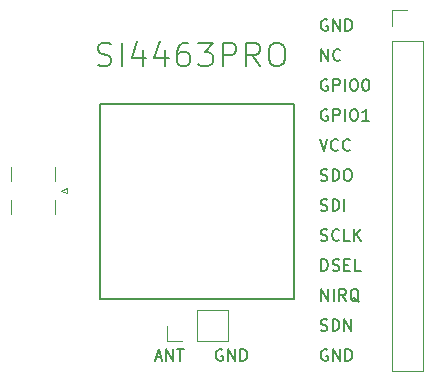
<source format=gbr>
G04 #@! TF.GenerationSoftware,KiCad,Pcbnew,(5.1.5)-3*
G04 #@! TF.CreationDate,2020-06-27T17:11:00-04:00*
G04 #@! TF.ProjectId,BreakoutSI4463PRORev2,42726561-6b6f-4757-9453-493434363350,rev?*
G04 #@! TF.SameCoordinates,Original*
G04 #@! TF.FileFunction,Legend,Top*
G04 #@! TF.FilePolarity,Positive*
%FSLAX46Y46*%
G04 Gerber Fmt 4.6, Leading zero omitted, Abs format (unit mm)*
G04 Created by KiCad (PCBNEW (5.1.5)-3) date 2020-06-27 17:11:00*
%MOMM*%
%LPD*%
G04 APERTURE LIST*
%ADD10C,0.150000*%
%ADD11C,0.120000*%
%ADD12C,0.127000*%
G04 APERTURE END LIST*
D10*
X121128452Y-94789523D02*
X121414166Y-94884761D01*
X121890357Y-94884761D01*
X122080833Y-94789523D01*
X122176071Y-94694285D01*
X122271309Y-94503809D01*
X122271309Y-94313333D01*
X122176071Y-94122857D01*
X122080833Y-94027619D01*
X121890357Y-93932380D01*
X121509404Y-93837142D01*
X121318928Y-93741904D01*
X121223690Y-93646666D01*
X121128452Y-93456190D01*
X121128452Y-93265714D01*
X121223690Y-93075238D01*
X121318928Y-92980000D01*
X121509404Y-92884761D01*
X121985595Y-92884761D01*
X122271309Y-92980000D01*
X123128452Y-94884761D02*
X123128452Y-92884761D01*
X124937976Y-93551428D02*
X124937976Y-94884761D01*
X124461785Y-92789523D02*
X123985595Y-94218095D01*
X125223690Y-94218095D01*
X126842738Y-93551428D02*
X126842738Y-94884761D01*
X126366547Y-92789523D02*
X125890357Y-94218095D01*
X127128452Y-94218095D01*
X128747500Y-92884761D02*
X128366547Y-92884761D01*
X128176071Y-92980000D01*
X128080833Y-93075238D01*
X127890357Y-93360952D01*
X127795119Y-93741904D01*
X127795119Y-94503809D01*
X127890357Y-94694285D01*
X127985595Y-94789523D01*
X128176071Y-94884761D01*
X128557023Y-94884761D01*
X128747500Y-94789523D01*
X128842738Y-94694285D01*
X128937976Y-94503809D01*
X128937976Y-94027619D01*
X128842738Y-93837142D01*
X128747500Y-93741904D01*
X128557023Y-93646666D01*
X128176071Y-93646666D01*
X127985595Y-93741904D01*
X127890357Y-93837142D01*
X127795119Y-94027619D01*
X129604642Y-92884761D02*
X130842738Y-92884761D01*
X130176071Y-93646666D01*
X130461785Y-93646666D01*
X130652261Y-93741904D01*
X130747500Y-93837142D01*
X130842738Y-94027619D01*
X130842738Y-94503809D01*
X130747500Y-94694285D01*
X130652261Y-94789523D01*
X130461785Y-94884761D01*
X129890357Y-94884761D01*
X129699880Y-94789523D01*
X129604642Y-94694285D01*
X131699880Y-94884761D02*
X131699880Y-92884761D01*
X132461785Y-92884761D01*
X132652261Y-92980000D01*
X132747500Y-93075238D01*
X132842738Y-93265714D01*
X132842738Y-93551428D01*
X132747500Y-93741904D01*
X132652261Y-93837142D01*
X132461785Y-93932380D01*
X131699880Y-93932380D01*
X134842738Y-94884761D02*
X134176071Y-93932380D01*
X133699880Y-94884761D02*
X133699880Y-92884761D01*
X134461785Y-92884761D01*
X134652261Y-92980000D01*
X134747500Y-93075238D01*
X134842738Y-93265714D01*
X134842738Y-93551428D01*
X134747500Y-93741904D01*
X134652261Y-93837142D01*
X134461785Y-93932380D01*
X133699880Y-93932380D01*
X136080833Y-92884761D02*
X136461785Y-92884761D01*
X136652261Y-92980000D01*
X136842738Y-93170476D01*
X136937976Y-93551428D01*
X136937976Y-94218095D01*
X136842738Y-94599047D01*
X136652261Y-94789523D01*
X136461785Y-94884761D01*
X136080833Y-94884761D01*
X135890357Y-94789523D01*
X135699880Y-94599047D01*
X135604642Y-94218095D01*
X135604642Y-93551428D01*
X135699880Y-93170476D01*
X135890357Y-92980000D01*
X136080833Y-92884761D01*
X126017976Y-119546666D02*
X126494166Y-119546666D01*
X125922738Y-119832380D02*
X126256071Y-118832380D01*
X126589404Y-119832380D01*
X126922738Y-119832380D02*
X126922738Y-118832380D01*
X127494166Y-119832380D01*
X127494166Y-118832380D01*
X127827500Y-118832380D02*
X128398928Y-118832380D01*
X128113214Y-119832380D02*
X128113214Y-118832380D01*
X131669404Y-118880000D02*
X131574166Y-118832380D01*
X131431309Y-118832380D01*
X131288452Y-118880000D01*
X131193214Y-118975238D01*
X131145595Y-119070476D01*
X131097976Y-119260952D01*
X131097976Y-119403809D01*
X131145595Y-119594285D01*
X131193214Y-119689523D01*
X131288452Y-119784761D01*
X131431309Y-119832380D01*
X131526547Y-119832380D01*
X131669404Y-119784761D01*
X131717023Y-119737142D01*
X131717023Y-119403809D01*
X131526547Y-119403809D01*
X132145595Y-119832380D02*
X132145595Y-118832380D01*
X132717023Y-119832380D01*
X132717023Y-118832380D01*
X133193214Y-119832380D02*
X133193214Y-118832380D01*
X133431309Y-118832380D01*
X133574166Y-118880000D01*
X133669404Y-118975238D01*
X133717023Y-119070476D01*
X133764642Y-119260952D01*
X133764642Y-119403809D01*
X133717023Y-119594285D01*
X133669404Y-119689523D01*
X133574166Y-119784761D01*
X133431309Y-119832380D01*
X133193214Y-119832380D01*
X140559404Y-90940000D02*
X140464166Y-90892380D01*
X140321309Y-90892380D01*
X140178452Y-90940000D01*
X140083214Y-91035238D01*
X140035595Y-91130476D01*
X139987976Y-91320952D01*
X139987976Y-91463809D01*
X140035595Y-91654285D01*
X140083214Y-91749523D01*
X140178452Y-91844761D01*
X140321309Y-91892380D01*
X140416547Y-91892380D01*
X140559404Y-91844761D01*
X140607023Y-91797142D01*
X140607023Y-91463809D01*
X140416547Y-91463809D01*
X141035595Y-91892380D02*
X141035595Y-90892380D01*
X141607023Y-91892380D01*
X141607023Y-90892380D01*
X142083214Y-91892380D02*
X142083214Y-90892380D01*
X142321309Y-90892380D01*
X142464166Y-90940000D01*
X142559404Y-91035238D01*
X142607023Y-91130476D01*
X142654642Y-91320952D01*
X142654642Y-91463809D01*
X142607023Y-91654285D01*
X142559404Y-91749523D01*
X142464166Y-91844761D01*
X142321309Y-91892380D01*
X142083214Y-91892380D01*
X140559404Y-118880000D02*
X140464166Y-118832380D01*
X140321309Y-118832380D01*
X140178452Y-118880000D01*
X140083214Y-118975238D01*
X140035595Y-119070476D01*
X139987976Y-119260952D01*
X139987976Y-119403809D01*
X140035595Y-119594285D01*
X140083214Y-119689523D01*
X140178452Y-119784761D01*
X140321309Y-119832380D01*
X140416547Y-119832380D01*
X140559404Y-119784761D01*
X140607023Y-119737142D01*
X140607023Y-119403809D01*
X140416547Y-119403809D01*
X141035595Y-119832380D02*
X141035595Y-118832380D01*
X141607023Y-119832380D01*
X141607023Y-118832380D01*
X142083214Y-119832380D02*
X142083214Y-118832380D01*
X142321309Y-118832380D01*
X142464166Y-118880000D01*
X142559404Y-118975238D01*
X142607023Y-119070476D01*
X142654642Y-119260952D01*
X142654642Y-119403809D01*
X142607023Y-119594285D01*
X142559404Y-119689523D01*
X142464166Y-119784761D01*
X142321309Y-119832380D01*
X142083214Y-119832380D01*
X139987976Y-117244761D02*
X140130833Y-117292380D01*
X140368928Y-117292380D01*
X140464166Y-117244761D01*
X140511785Y-117197142D01*
X140559404Y-117101904D01*
X140559404Y-117006666D01*
X140511785Y-116911428D01*
X140464166Y-116863809D01*
X140368928Y-116816190D01*
X140178452Y-116768571D01*
X140083214Y-116720952D01*
X140035595Y-116673333D01*
X139987976Y-116578095D01*
X139987976Y-116482857D01*
X140035595Y-116387619D01*
X140083214Y-116340000D01*
X140178452Y-116292380D01*
X140416547Y-116292380D01*
X140559404Y-116340000D01*
X140987976Y-117292380D02*
X140987976Y-116292380D01*
X141226071Y-116292380D01*
X141368928Y-116340000D01*
X141464166Y-116435238D01*
X141511785Y-116530476D01*
X141559404Y-116720952D01*
X141559404Y-116863809D01*
X141511785Y-117054285D01*
X141464166Y-117149523D01*
X141368928Y-117244761D01*
X141226071Y-117292380D01*
X140987976Y-117292380D01*
X141987976Y-117292380D02*
X141987976Y-116292380D01*
X142559404Y-117292380D01*
X142559404Y-116292380D01*
X140035595Y-114752380D02*
X140035595Y-113752380D01*
X140607023Y-114752380D01*
X140607023Y-113752380D01*
X141083214Y-114752380D02*
X141083214Y-113752380D01*
X142130833Y-114752380D02*
X141797500Y-114276190D01*
X141559404Y-114752380D02*
X141559404Y-113752380D01*
X141940357Y-113752380D01*
X142035595Y-113800000D01*
X142083214Y-113847619D01*
X142130833Y-113942857D01*
X142130833Y-114085714D01*
X142083214Y-114180952D01*
X142035595Y-114228571D01*
X141940357Y-114276190D01*
X141559404Y-114276190D01*
X143226071Y-114847619D02*
X143130833Y-114800000D01*
X143035595Y-114704761D01*
X142892738Y-114561904D01*
X142797500Y-114514285D01*
X142702261Y-114514285D01*
X142749880Y-114752380D02*
X142654642Y-114704761D01*
X142559404Y-114609523D01*
X142511785Y-114419047D01*
X142511785Y-114085714D01*
X142559404Y-113895238D01*
X142654642Y-113800000D01*
X142749880Y-113752380D01*
X142940357Y-113752380D01*
X143035595Y-113800000D01*
X143130833Y-113895238D01*
X143178452Y-114085714D01*
X143178452Y-114419047D01*
X143130833Y-114609523D01*
X143035595Y-114704761D01*
X142940357Y-114752380D01*
X142749880Y-114752380D01*
X140035595Y-112212380D02*
X140035595Y-111212380D01*
X140273690Y-111212380D01*
X140416547Y-111260000D01*
X140511785Y-111355238D01*
X140559404Y-111450476D01*
X140607023Y-111640952D01*
X140607023Y-111783809D01*
X140559404Y-111974285D01*
X140511785Y-112069523D01*
X140416547Y-112164761D01*
X140273690Y-112212380D01*
X140035595Y-112212380D01*
X140987976Y-112164761D02*
X141130833Y-112212380D01*
X141368928Y-112212380D01*
X141464166Y-112164761D01*
X141511785Y-112117142D01*
X141559404Y-112021904D01*
X141559404Y-111926666D01*
X141511785Y-111831428D01*
X141464166Y-111783809D01*
X141368928Y-111736190D01*
X141178452Y-111688571D01*
X141083214Y-111640952D01*
X141035595Y-111593333D01*
X140987976Y-111498095D01*
X140987976Y-111402857D01*
X141035595Y-111307619D01*
X141083214Y-111260000D01*
X141178452Y-111212380D01*
X141416547Y-111212380D01*
X141559404Y-111260000D01*
X141987976Y-111688571D02*
X142321309Y-111688571D01*
X142464166Y-112212380D02*
X141987976Y-112212380D01*
X141987976Y-111212380D01*
X142464166Y-111212380D01*
X143368928Y-112212380D02*
X142892738Y-112212380D01*
X142892738Y-111212380D01*
X139987976Y-109624761D02*
X140130833Y-109672380D01*
X140368928Y-109672380D01*
X140464166Y-109624761D01*
X140511785Y-109577142D01*
X140559404Y-109481904D01*
X140559404Y-109386666D01*
X140511785Y-109291428D01*
X140464166Y-109243809D01*
X140368928Y-109196190D01*
X140178452Y-109148571D01*
X140083214Y-109100952D01*
X140035595Y-109053333D01*
X139987976Y-108958095D01*
X139987976Y-108862857D01*
X140035595Y-108767619D01*
X140083214Y-108720000D01*
X140178452Y-108672380D01*
X140416547Y-108672380D01*
X140559404Y-108720000D01*
X141559404Y-109577142D02*
X141511785Y-109624761D01*
X141368928Y-109672380D01*
X141273690Y-109672380D01*
X141130833Y-109624761D01*
X141035595Y-109529523D01*
X140987976Y-109434285D01*
X140940357Y-109243809D01*
X140940357Y-109100952D01*
X140987976Y-108910476D01*
X141035595Y-108815238D01*
X141130833Y-108720000D01*
X141273690Y-108672380D01*
X141368928Y-108672380D01*
X141511785Y-108720000D01*
X141559404Y-108767619D01*
X142464166Y-109672380D02*
X141987976Y-109672380D01*
X141987976Y-108672380D01*
X142797500Y-109672380D02*
X142797500Y-108672380D01*
X143368928Y-109672380D02*
X142940357Y-109100952D01*
X143368928Y-108672380D02*
X142797500Y-109243809D01*
X139987976Y-107084761D02*
X140130833Y-107132380D01*
X140368928Y-107132380D01*
X140464166Y-107084761D01*
X140511785Y-107037142D01*
X140559404Y-106941904D01*
X140559404Y-106846666D01*
X140511785Y-106751428D01*
X140464166Y-106703809D01*
X140368928Y-106656190D01*
X140178452Y-106608571D01*
X140083214Y-106560952D01*
X140035595Y-106513333D01*
X139987976Y-106418095D01*
X139987976Y-106322857D01*
X140035595Y-106227619D01*
X140083214Y-106180000D01*
X140178452Y-106132380D01*
X140416547Y-106132380D01*
X140559404Y-106180000D01*
X140987976Y-107132380D02*
X140987976Y-106132380D01*
X141226071Y-106132380D01*
X141368928Y-106180000D01*
X141464166Y-106275238D01*
X141511785Y-106370476D01*
X141559404Y-106560952D01*
X141559404Y-106703809D01*
X141511785Y-106894285D01*
X141464166Y-106989523D01*
X141368928Y-107084761D01*
X141226071Y-107132380D01*
X140987976Y-107132380D01*
X141987976Y-107132380D02*
X141987976Y-106132380D01*
X139987976Y-104544761D02*
X140130833Y-104592380D01*
X140368928Y-104592380D01*
X140464166Y-104544761D01*
X140511785Y-104497142D01*
X140559404Y-104401904D01*
X140559404Y-104306666D01*
X140511785Y-104211428D01*
X140464166Y-104163809D01*
X140368928Y-104116190D01*
X140178452Y-104068571D01*
X140083214Y-104020952D01*
X140035595Y-103973333D01*
X139987976Y-103878095D01*
X139987976Y-103782857D01*
X140035595Y-103687619D01*
X140083214Y-103640000D01*
X140178452Y-103592380D01*
X140416547Y-103592380D01*
X140559404Y-103640000D01*
X140987976Y-104592380D02*
X140987976Y-103592380D01*
X141226071Y-103592380D01*
X141368928Y-103640000D01*
X141464166Y-103735238D01*
X141511785Y-103830476D01*
X141559404Y-104020952D01*
X141559404Y-104163809D01*
X141511785Y-104354285D01*
X141464166Y-104449523D01*
X141368928Y-104544761D01*
X141226071Y-104592380D01*
X140987976Y-104592380D01*
X142178452Y-103592380D02*
X142368928Y-103592380D01*
X142464166Y-103640000D01*
X142559404Y-103735238D01*
X142607023Y-103925714D01*
X142607023Y-104259047D01*
X142559404Y-104449523D01*
X142464166Y-104544761D01*
X142368928Y-104592380D01*
X142178452Y-104592380D01*
X142083214Y-104544761D01*
X141987976Y-104449523D01*
X141940357Y-104259047D01*
X141940357Y-103925714D01*
X141987976Y-103735238D01*
X142083214Y-103640000D01*
X142178452Y-103592380D01*
X139892738Y-101052380D02*
X140226071Y-102052380D01*
X140559404Y-101052380D01*
X141464166Y-101957142D02*
X141416547Y-102004761D01*
X141273690Y-102052380D01*
X141178452Y-102052380D01*
X141035595Y-102004761D01*
X140940357Y-101909523D01*
X140892738Y-101814285D01*
X140845119Y-101623809D01*
X140845119Y-101480952D01*
X140892738Y-101290476D01*
X140940357Y-101195238D01*
X141035595Y-101100000D01*
X141178452Y-101052380D01*
X141273690Y-101052380D01*
X141416547Y-101100000D01*
X141464166Y-101147619D01*
X142464166Y-101957142D02*
X142416547Y-102004761D01*
X142273690Y-102052380D01*
X142178452Y-102052380D01*
X142035595Y-102004761D01*
X141940357Y-101909523D01*
X141892738Y-101814285D01*
X141845119Y-101623809D01*
X141845119Y-101480952D01*
X141892738Y-101290476D01*
X141940357Y-101195238D01*
X142035595Y-101100000D01*
X142178452Y-101052380D01*
X142273690Y-101052380D01*
X142416547Y-101100000D01*
X142464166Y-101147619D01*
X140559404Y-98560000D02*
X140464166Y-98512380D01*
X140321309Y-98512380D01*
X140178452Y-98560000D01*
X140083214Y-98655238D01*
X140035595Y-98750476D01*
X139987976Y-98940952D01*
X139987976Y-99083809D01*
X140035595Y-99274285D01*
X140083214Y-99369523D01*
X140178452Y-99464761D01*
X140321309Y-99512380D01*
X140416547Y-99512380D01*
X140559404Y-99464761D01*
X140607023Y-99417142D01*
X140607023Y-99083809D01*
X140416547Y-99083809D01*
X141035595Y-99512380D02*
X141035595Y-98512380D01*
X141416547Y-98512380D01*
X141511785Y-98560000D01*
X141559404Y-98607619D01*
X141607023Y-98702857D01*
X141607023Y-98845714D01*
X141559404Y-98940952D01*
X141511785Y-98988571D01*
X141416547Y-99036190D01*
X141035595Y-99036190D01*
X142035595Y-99512380D02*
X142035595Y-98512380D01*
X142702261Y-98512380D02*
X142892738Y-98512380D01*
X142987976Y-98560000D01*
X143083214Y-98655238D01*
X143130833Y-98845714D01*
X143130833Y-99179047D01*
X143083214Y-99369523D01*
X142987976Y-99464761D01*
X142892738Y-99512380D01*
X142702261Y-99512380D01*
X142607023Y-99464761D01*
X142511785Y-99369523D01*
X142464166Y-99179047D01*
X142464166Y-98845714D01*
X142511785Y-98655238D01*
X142607023Y-98560000D01*
X142702261Y-98512380D01*
X144083214Y-99512380D02*
X143511785Y-99512380D01*
X143797500Y-99512380D02*
X143797500Y-98512380D01*
X143702261Y-98655238D01*
X143607023Y-98750476D01*
X143511785Y-98798095D01*
X140559404Y-96020000D02*
X140464166Y-95972380D01*
X140321309Y-95972380D01*
X140178452Y-96020000D01*
X140083214Y-96115238D01*
X140035595Y-96210476D01*
X139987976Y-96400952D01*
X139987976Y-96543809D01*
X140035595Y-96734285D01*
X140083214Y-96829523D01*
X140178452Y-96924761D01*
X140321309Y-96972380D01*
X140416547Y-96972380D01*
X140559404Y-96924761D01*
X140607023Y-96877142D01*
X140607023Y-96543809D01*
X140416547Y-96543809D01*
X141035595Y-96972380D02*
X141035595Y-95972380D01*
X141416547Y-95972380D01*
X141511785Y-96020000D01*
X141559404Y-96067619D01*
X141607023Y-96162857D01*
X141607023Y-96305714D01*
X141559404Y-96400952D01*
X141511785Y-96448571D01*
X141416547Y-96496190D01*
X141035595Y-96496190D01*
X142035595Y-96972380D02*
X142035595Y-95972380D01*
X142702261Y-95972380D02*
X142892738Y-95972380D01*
X142987976Y-96020000D01*
X143083214Y-96115238D01*
X143130833Y-96305714D01*
X143130833Y-96639047D01*
X143083214Y-96829523D01*
X142987976Y-96924761D01*
X142892738Y-96972380D01*
X142702261Y-96972380D01*
X142607023Y-96924761D01*
X142511785Y-96829523D01*
X142464166Y-96639047D01*
X142464166Y-96305714D01*
X142511785Y-96115238D01*
X142607023Y-96020000D01*
X142702261Y-95972380D01*
X143749880Y-95972380D02*
X143845119Y-95972380D01*
X143940357Y-96020000D01*
X143987976Y-96067619D01*
X144035595Y-96162857D01*
X144083214Y-96353333D01*
X144083214Y-96591428D01*
X144035595Y-96781904D01*
X143987976Y-96877142D01*
X143940357Y-96924761D01*
X143845119Y-96972380D01*
X143749880Y-96972380D01*
X143654642Y-96924761D01*
X143607023Y-96877142D01*
X143559404Y-96781904D01*
X143511785Y-96591428D01*
X143511785Y-96353333D01*
X143559404Y-96162857D01*
X143607023Y-96067619D01*
X143654642Y-96020000D01*
X143749880Y-95972380D01*
X140035595Y-94432380D02*
X140035595Y-93432380D01*
X140607023Y-94432380D01*
X140607023Y-93432380D01*
X141654642Y-94337142D02*
X141607023Y-94384761D01*
X141464166Y-94432380D01*
X141368928Y-94432380D01*
X141226071Y-94384761D01*
X141130833Y-94289523D01*
X141083214Y-94194285D01*
X141035595Y-94003809D01*
X141035595Y-93860952D01*
X141083214Y-93670476D01*
X141130833Y-93575238D01*
X141226071Y-93480000D01*
X141368928Y-93432380D01*
X141464166Y-93432380D01*
X141607023Y-93480000D01*
X141654642Y-93527619D01*
D11*
X126940000Y-118170000D02*
X126940000Y-116840000D01*
X128270000Y-118170000D02*
X126940000Y-118170000D01*
X129540000Y-115510000D02*
X129540000Y-118170000D01*
X132140000Y-115510000D02*
X129540000Y-115510000D01*
X132140000Y-118170000D02*
X132140000Y-115510000D01*
X129540000Y-118170000D02*
X132140000Y-118170000D01*
X145990000Y-90110000D02*
X147320000Y-90110000D01*
X145990000Y-91440000D02*
X145990000Y-90110000D01*
X148650000Y-92710000D02*
X145990000Y-92710000D01*
X148650000Y-120710000D02*
X148650000Y-92710000D01*
X145990000Y-120710000D02*
X148650000Y-120710000D01*
X145990000Y-92710000D02*
X145990000Y-120710000D01*
D12*
X137731500Y-98044000D02*
X137731500Y-114554000D01*
X137731500Y-114554000D02*
X121302780Y-114554000D01*
X121302780Y-98044000D02*
X137731500Y-98044000D01*
X121302780Y-114554000D02*
X121302780Y-98044000D01*
D11*
X118530000Y-105160000D02*
X118030000Y-105410000D01*
X118530000Y-105660000D02*
X118530000Y-105160000D01*
X118030000Y-105410000D02*
X118530000Y-105660000D01*
X113770000Y-103460000D02*
X113770000Y-104570000D01*
X113770000Y-106250000D02*
X113770000Y-107360000D01*
X117480000Y-103460000D02*
X117480000Y-104570000D01*
X117480000Y-106250000D02*
X117480000Y-107360000D01*
M02*

</source>
